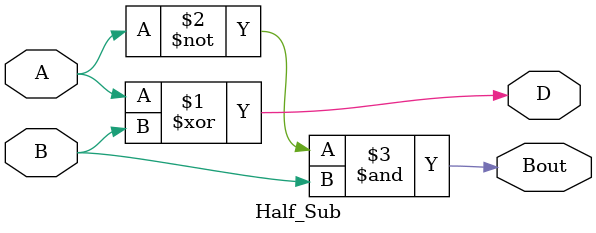
<source format=v>
`timescale 1ns / 1ps
module Half_Sub(D, Bout, A, B);
    output D;
    output Bout;
    input A;
    input B;
	 
	 assign D = A ^ B ;
	 assign Bout = ~A & B ;


endmodule

</source>
